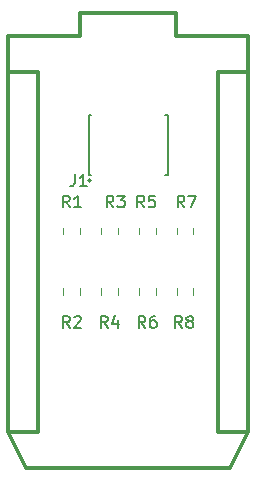
<source format=gto>
G04 #@! TF.GenerationSoftware,KiCad,Pcbnew,(5.1.6-0-10_14)*
G04 #@! TF.CreationDate,2020-08-29T20:41:38-05:00*
G04 #@! TF.ProjectId,gen2-jtag-adapter,67656e32-2d6a-4746-9167-2d6164617074,rev?*
G04 #@! TF.SameCoordinates,Original*
G04 #@! TF.FileFunction,Legend,Top*
G04 #@! TF.FilePolarity,Positive*
%FSLAX46Y46*%
G04 Gerber Fmt 4.6, Leading zero omitted, Abs format (unit mm)*
G04 Created by KiCad (PCBNEW (5.1.6-0-10_14)) date 2020-08-29 20:41:38*
%MOMM*%
%LPD*%
G01*
G04 APERTURE LIST*
%ADD10C,0.304800*%
%ADD11C,0.152400*%
%ADD12C,0.120000*%
%ADD13C,0.150000*%
G04 APERTURE END LIST*
D10*
X117780000Y-96952000D02*
X117780000Y-66472000D01*
X117780000Y-66472000D02*
X120320000Y-66472000D01*
X120320000Y-96952000D02*
X117780000Y-96952000D01*
X120320000Y-66472000D02*
X120320000Y-96952000D01*
X102540000Y-66472000D02*
X100000000Y-66472000D01*
X102540000Y-96952000D02*
X102540000Y-66472000D01*
X100000000Y-96952000D02*
X102540000Y-96952000D01*
X100000000Y-66472000D02*
X100000000Y-96952000D01*
X118796000Y-100000000D02*
X120320000Y-96952000D01*
X101524000Y-100000000D02*
X118796000Y-100000000D01*
X100000000Y-96952000D02*
X101524000Y-100000000D01*
X114224000Y-63424000D02*
X120320000Y-63424000D01*
X100000000Y-63424000D02*
X106096000Y-63424000D01*
X114224000Y-61519000D02*
X106096000Y-61519000D01*
X114224000Y-63424000D02*
X114224000Y-61519000D01*
X106096000Y-61519000D02*
X106096000Y-63424000D01*
X100000000Y-63424000D02*
X100000000Y-66472000D01*
X120320000Y-66472000D02*
X120320000Y-63424000D01*
D11*
X113560000Y-70150000D02*
X113300000Y-70150000D01*
X113540000Y-75240000D02*
X113290000Y-75240000D01*
X107070000Y-75240000D02*
X107070000Y-75250000D01*
X106840000Y-75240000D02*
X107070000Y-75240000D01*
X106830000Y-70140000D02*
X107060000Y-70140000D01*
X113550000Y-70160000D02*
X113550000Y-75240000D01*
X106850000Y-70160000D02*
X106850000Y-75240000D01*
X107006619Y-75670000D02*
G75*
G03*
X107006619Y-75670000I-116619J0D01*
G01*
D12*
X114290000Y-84813748D02*
X114290000Y-85336252D01*
X115710000Y-84813748D02*
X115710000Y-85336252D01*
X114290000Y-79713748D02*
X114290000Y-80236252D01*
X115710000Y-79713748D02*
X115710000Y-80236252D01*
X111090000Y-84813748D02*
X111090000Y-85336252D01*
X112510000Y-84813748D02*
X112510000Y-85336252D01*
X111090000Y-79713748D02*
X111090000Y-80236252D01*
X112510000Y-79713748D02*
X112510000Y-80236252D01*
X107890000Y-84813748D02*
X107890000Y-85336252D01*
X109310000Y-84813748D02*
X109310000Y-85336252D01*
X107890000Y-79713748D02*
X107890000Y-80236252D01*
X109310000Y-79713748D02*
X109310000Y-80236252D01*
X104690000Y-84813748D02*
X104690000Y-85336252D01*
X106110000Y-84813748D02*
X106110000Y-85336252D01*
X104690000Y-79713748D02*
X104690000Y-80236252D01*
X106110000Y-79713748D02*
X106110000Y-80236252D01*
D13*
X105666666Y-75152380D02*
X105666666Y-75866666D01*
X105619047Y-76009523D01*
X105523809Y-76104761D01*
X105380952Y-76152380D01*
X105285714Y-76152380D01*
X106666666Y-76152380D02*
X106095238Y-76152380D01*
X106380952Y-76152380D02*
X106380952Y-75152380D01*
X106285714Y-75295238D01*
X106190476Y-75390476D01*
X106095238Y-75438095D01*
X114733333Y-88152380D02*
X114400000Y-87676190D01*
X114161904Y-88152380D02*
X114161904Y-87152380D01*
X114542857Y-87152380D01*
X114638095Y-87200000D01*
X114685714Y-87247619D01*
X114733333Y-87342857D01*
X114733333Y-87485714D01*
X114685714Y-87580952D01*
X114638095Y-87628571D01*
X114542857Y-87676190D01*
X114161904Y-87676190D01*
X115304761Y-87580952D02*
X115209523Y-87533333D01*
X115161904Y-87485714D01*
X115114285Y-87390476D01*
X115114285Y-87342857D01*
X115161904Y-87247619D01*
X115209523Y-87200000D01*
X115304761Y-87152380D01*
X115495238Y-87152380D01*
X115590476Y-87200000D01*
X115638095Y-87247619D01*
X115685714Y-87342857D01*
X115685714Y-87390476D01*
X115638095Y-87485714D01*
X115590476Y-87533333D01*
X115495238Y-87580952D01*
X115304761Y-87580952D01*
X115209523Y-87628571D01*
X115161904Y-87676190D01*
X115114285Y-87771428D01*
X115114285Y-87961904D01*
X115161904Y-88057142D01*
X115209523Y-88104761D01*
X115304761Y-88152380D01*
X115495238Y-88152380D01*
X115590476Y-88104761D01*
X115638095Y-88057142D01*
X115685714Y-87961904D01*
X115685714Y-87771428D01*
X115638095Y-87676190D01*
X115590476Y-87628571D01*
X115495238Y-87580952D01*
X114933333Y-77952380D02*
X114600000Y-77476190D01*
X114361904Y-77952380D02*
X114361904Y-76952380D01*
X114742857Y-76952380D01*
X114838095Y-77000000D01*
X114885714Y-77047619D01*
X114933333Y-77142857D01*
X114933333Y-77285714D01*
X114885714Y-77380952D01*
X114838095Y-77428571D01*
X114742857Y-77476190D01*
X114361904Y-77476190D01*
X115266666Y-76952380D02*
X115933333Y-76952380D01*
X115504761Y-77952380D01*
X111633333Y-88152380D02*
X111300000Y-87676190D01*
X111061904Y-88152380D02*
X111061904Y-87152380D01*
X111442857Y-87152380D01*
X111538095Y-87200000D01*
X111585714Y-87247619D01*
X111633333Y-87342857D01*
X111633333Y-87485714D01*
X111585714Y-87580952D01*
X111538095Y-87628571D01*
X111442857Y-87676190D01*
X111061904Y-87676190D01*
X112490476Y-87152380D02*
X112300000Y-87152380D01*
X112204761Y-87200000D01*
X112157142Y-87247619D01*
X112061904Y-87390476D01*
X112014285Y-87580952D01*
X112014285Y-87961904D01*
X112061904Y-88057142D01*
X112109523Y-88104761D01*
X112204761Y-88152380D01*
X112395238Y-88152380D01*
X112490476Y-88104761D01*
X112538095Y-88057142D01*
X112585714Y-87961904D01*
X112585714Y-87723809D01*
X112538095Y-87628571D01*
X112490476Y-87580952D01*
X112395238Y-87533333D01*
X112204761Y-87533333D01*
X112109523Y-87580952D01*
X112061904Y-87628571D01*
X112014285Y-87723809D01*
X111533333Y-77952380D02*
X111200000Y-77476190D01*
X110961904Y-77952380D02*
X110961904Y-76952380D01*
X111342857Y-76952380D01*
X111438095Y-77000000D01*
X111485714Y-77047619D01*
X111533333Y-77142857D01*
X111533333Y-77285714D01*
X111485714Y-77380952D01*
X111438095Y-77428571D01*
X111342857Y-77476190D01*
X110961904Y-77476190D01*
X112438095Y-76952380D02*
X111961904Y-76952380D01*
X111914285Y-77428571D01*
X111961904Y-77380952D01*
X112057142Y-77333333D01*
X112295238Y-77333333D01*
X112390476Y-77380952D01*
X112438095Y-77428571D01*
X112485714Y-77523809D01*
X112485714Y-77761904D01*
X112438095Y-77857142D01*
X112390476Y-77904761D01*
X112295238Y-77952380D01*
X112057142Y-77952380D01*
X111961904Y-77904761D01*
X111914285Y-77857142D01*
X108433333Y-88152380D02*
X108100000Y-87676190D01*
X107861904Y-88152380D02*
X107861904Y-87152380D01*
X108242857Y-87152380D01*
X108338095Y-87200000D01*
X108385714Y-87247619D01*
X108433333Y-87342857D01*
X108433333Y-87485714D01*
X108385714Y-87580952D01*
X108338095Y-87628571D01*
X108242857Y-87676190D01*
X107861904Y-87676190D01*
X109290476Y-87485714D02*
X109290476Y-88152380D01*
X109052380Y-87104761D02*
X108814285Y-87819047D01*
X109433333Y-87819047D01*
X108933333Y-77952380D02*
X108600000Y-77476190D01*
X108361904Y-77952380D02*
X108361904Y-76952380D01*
X108742857Y-76952380D01*
X108838095Y-77000000D01*
X108885714Y-77047619D01*
X108933333Y-77142857D01*
X108933333Y-77285714D01*
X108885714Y-77380952D01*
X108838095Y-77428571D01*
X108742857Y-77476190D01*
X108361904Y-77476190D01*
X109266666Y-76952380D02*
X109885714Y-76952380D01*
X109552380Y-77333333D01*
X109695238Y-77333333D01*
X109790476Y-77380952D01*
X109838095Y-77428571D01*
X109885714Y-77523809D01*
X109885714Y-77761904D01*
X109838095Y-77857142D01*
X109790476Y-77904761D01*
X109695238Y-77952380D01*
X109409523Y-77952380D01*
X109314285Y-77904761D01*
X109266666Y-77857142D01*
X105233333Y-88152380D02*
X104900000Y-87676190D01*
X104661904Y-88152380D02*
X104661904Y-87152380D01*
X105042857Y-87152380D01*
X105138095Y-87200000D01*
X105185714Y-87247619D01*
X105233333Y-87342857D01*
X105233333Y-87485714D01*
X105185714Y-87580952D01*
X105138095Y-87628571D01*
X105042857Y-87676190D01*
X104661904Y-87676190D01*
X105614285Y-87247619D02*
X105661904Y-87200000D01*
X105757142Y-87152380D01*
X105995238Y-87152380D01*
X106090476Y-87200000D01*
X106138095Y-87247619D01*
X106185714Y-87342857D01*
X106185714Y-87438095D01*
X106138095Y-87580952D01*
X105566666Y-88152380D01*
X106185714Y-88152380D01*
X105233333Y-77952380D02*
X104900000Y-77476190D01*
X104661904Y-77952380D02*
X104661904Y-76952380D01*
X105042857Y-76952380D01*
X105138095Y-77000000D01*
X105185714Y-77047619D01*
X105233333Y-77142857D01*
X105233333Y-77285714D01*
X105185714Y-77380952D01*
X105138095Y-77428571D01*
X105042857Y-77476190D01*
X104661904Y-77476190D01*
X106185714Y-77952380D02*
X105614285Y-77952380D01*
X105900000Y-77952380D02*
X105900000Y-76952380D01*
X105804761Y-77095238D01*
X105709523Y-77190476D01*
X105614285Y-77238095D01*
M02*

</source>
